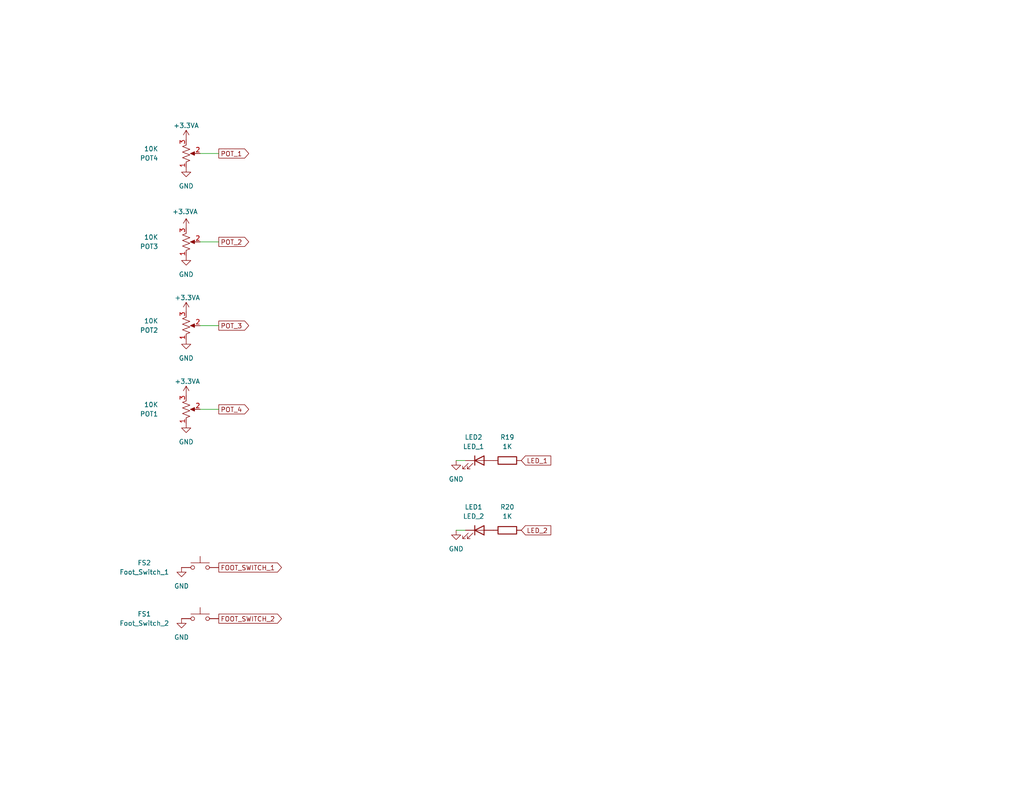
<source format=kicad_sch>
(kicad_sch (version 20230121) (generator eeschema)
  (paper "USLetter")
  (title_block (title "Daisy Seed Guitar Pedal 1590B") (date "2023-11-12") (rev "6") (company "Made by Keith Shepherd (kshep@mac.com)"))
  (lib_symbols
    (symbol "Device:LED" (pin_numbers hide) (pin_names (offset 1.016) hide)
      (property "Reference" "D" (at 0 2.54 0))
      (property "Value" "LED" (at 0 -2.54 0))
      (symbol "LED_0_1"
        (polyline (pts (xy -1.27 -1.27) (xy -1.27 1.27)) (stroke (width 0.254)))
        (polyline (pts (xy -1.27 0) (xy 1.27 0)))
        (polyline (pts (xy 1.27 -1.27) (xy 1.27 1.27) (xy -1.27 0) (xy 1.27 -1.27)) (stroke (width 0.254)))
        (polyline (pts (xy -3.048 -0.762) (xy -4.572 -2.286) (xy -3.81 -2.286) (xy -4.572 -2.286) (xy -4.572 -1.524)))
        (polyline (pts (xy -1.778 -0.762) (xy -3.302 -2.286) (xy -2.54 -2.286) (xy -3.302 -2.286) (xy -3.302 -1.524)))
      )
      (symbol "LED_1_1"
        (pin passive line (at -3.81 0 0) (length 2.54) (name "K") (number "1"))
        (pin passive line (at 3.81 0 180) (length 2.54) (name "A") (number "2"))
      )
    )
    (symbol "Device:R" (pin_numbers hide) (pin_names (offset 0))
      (property "Reference" "R" (at 2.032 0 90))
      (property "Value" "R" (at 0 0 90))
      (symbol "R_0_1"
        (rectangle (start -1.016 -2.54) (end 1.016 2.54) (stroke (width 0.254)))
      )
      (symbol "R_1_1"
        (pin passive line (at 0 3.81 270) (length 1.27) (name "~") (number "1"))
        (pin passive line (at 0 -3.81 90) (length 1.27) (name "~") (number "2"))
      )
    )
    (symbol "Device:R_Potentiometer_US" (pin_names (offset 1.016) hide)
      (property "Reference" "RV" (at -4.445 0 90))
      (property "Value" "R_Potentiometer_US" (at -2.54 0 90))
      (symbol "R_Potentiometer_US_0_1"
        (polyline (pts (xy 0 -2.286) (xy 0 -2.54)))
        (polyline (pts (xy 0 2.54) (xy 0 2.286)))
        (polyline (pts (xy 2.54 0) (xy 1.524 0)))
        (polyline (pts (xy 1.143 0) (xy 2.286 0.508) (xy 2.286 -0.508) (xy 1.143 0)) (fill (type outline)))
        (polyline (pts (xy 0 -0.762) (xy 1.016 -1.143) (xy 0 -1.524) (xy -1.016 -1.905) (xy 0 -2.286)))
        (polyline (pts (xy 0 0.762) (xy 1.016 0.381) (xy 0 0) (xy -1.016 -0.381) (xy 0 -0.762)))
        (polyline (pts (xy 0 2.286) (xy 1.016 1.905) (xy 0 1.524) (xy -1.016 1.143) (xy 0 0.762)))
      )
      (symbol "R_Potentiometer_US_1_1"
        (pin passive line (at 0 3.81 270) (length 1.27) (name "1") (number "1"))
        (pin passive line (at 3.81 0 180) (length 1.27) (name "2") (number "2"))
        (pin passive line (at 0 -3.81 90) (length 1.27) (name "3") (number "3"))
      )
    )
    (symbol "Switch:SW_Push" (pin_numbers hide) (pin_names (offset 1.016) hide)
      (property "Reference" "SW" (at 1.27 2.54 0))
      (property "Value" "SW_Push" (at 0 -1.524 0))
      (symbol "SW_Push_0_1"
        (circle (center -2.032 0) (radius 0.508))
        (polyline (pts (xy 0 1.27) (xy 0 3.048)))
        (polyline (pts (xy 2.54 1.27) (xy -2.54 1.27)))
        (circle (center 2.032 0) (radius 0.508))
        (pin passive line (at -5.08 0 0) (length 2.54) (name "1") (number "1"))
        (pin passive line (at 5.08 0 180) (length 2.54) (name "2") (number "2"))
      )
    )
    (symbol "power:+3.3VA" (power) (pin_names (offset 0))
      (property "Value" "+3.3VA" (at 0 3.556 0))
      (symbol "+3.3VA_0_1"
        (polyline (pts (xy -0.762 1.27) (xy 0 2.54)))
        (polyline (pts (xy 0 0) (xy 0 2.54)))
        (polyline (pts (xy 0 2.54) (xy 0.762 1.27)))
      )
      (symbol "+3.3VA_1_1"
        (pin power_in line (at 0 0 90) (length 0) hide (name "+3.3VA") (number "1"))
      )
    )
    (symbol "power:GND" (power) (pin_names (offset 0))
      (property "Value" "GND" (at 0 -3.81 0))
      (symbol "GND_0_1"
        (polyline (pts (xy 0 0) (xy 0 -1.27) (xy 1.27 -1.27) (xy 0 -2.54) (xy -1.27 -1.27) (xy 0 -1.27)))
      )
      (symbol "GND_1_1"
        (pin power_in line (at 0 0 270) (length 0) hide (name "GND") (number "1"))
      )
    )
  )
  (wire (pts (xy 54.61 111.76) (xy 59.69 111.76)))
  (wire (pts (xy 54.61 66.04) (xy 59.69 66.04)))
  (wire (pts (xy 54.61 88.9) (xy 59.69 88.9)))
  (wire (pts (xy 54.61 41.91) (xy 59.69 41.91)))
  (wire (pts (xy 124.46 125.73) (xy 127 125.73)))
  (wire (pts (xy 124.46 144.78) (xy 127 144.78)))
  (global_label "POT_2" (shape output) (at 59.69 66.04 0) (property "Intersheetrefs" "${INTERSHEET_REFS}" (effects hide)))
  (global_label "POT_3" (shape output) (at 59.69 88.9 0) (property "Intersheetrefs" "${INTERSHEET_REFS}" (effects hide)))
  (global_label "POT_4" (shape output) (at 59.69 111.76 0) (property "Intersheetrefs" "${INTERSHEET_REFS}" (effects hide)))
  (global_label "LED_1" (shape input) (at 142.24 125.73 0) (property "Intersheetrefs" "${INTERSHEET_REFS}" (effects hide)))
  (global_label "POT_1" (shape output) (at 59.69 41.91 0) (property "Intersheetrefs" "${INTERSHEET_REFS}" (effects hide)))
  (global_label "LED_2" (shape input) (at 142.24 144.78 0) (property "Intersheetrefs" "${INTERSHEET_REFS}" (effects hide)))
  (global_label "FOOT_SWITCH_2" (shape output) (at 59.69 168.91 0) (property "Intersheetrefs" "${INTERSHEET_REFS}" (effects hide)))
  (global_label "FOOT_SWITCH_1" (shape output) (at 59.69 154.94 0) (property "Intersheetrefs" "${INTERSHEET_REFS}" (effects hide)))
  (symbol (lib_id "Switch:SW_Push") (at 54.61 168.91 0) (unit 1)
    (property "Reference" "FS1" (at 39.37 167.64 0))
    (property "Value" "Foot_Switch_2" (at 39.37 170.18 0))
    (property "Footprint" "Connector_PinHeader_2.54mm:PinHeader_1x02_P2.54mm_Vertical" (effects hide))
    (instances (project "DaisySeedPedal1590b" (path "" (reference "FS1") (unit 1)) (path "" (reference "FS2") (unit 1))) (project "Controls" (path "" (reference "FS1") (unit 1))))
  )
  (symbol (lib_id "power:GND") (at 49.53 168.91 0) (unit 1)
    (property "Reference" "#PWR0102" (effects hide))
    (property "Value" "GND" (at 49.53 173.99 0))
    (instances (project "DaisySeedPedal1590b" (path "" (reference "#PWR0102") (unit 1)) (path "" (reference "#PWR08") (unit 1))) (project "Controls" (path "" (reference "#PWR0102") (unit 1))))
  )
  (symbol (lib_id "power:+3.3VA") (at 50.8 62.23 0) (mirror y) (unit 1)
    (property "Reference" "#PWR0108" (effects hide))
    (property "Value" "+3.3VA" (at 53.975 57.785 0) (effects (justify left)))
    (instances (project "DaisySeedPedal1590b" (path "" (reference "#PWR0108") (unit 1)) (path "" (reference "#PWR028") (unit 1))) (project "Controls" (path "" (reference "#PWR0108") (unit 1))))
  )
  (symbol (lib_id "Device:R_Potentiometer_US") (at 50.8 41.91 0) (mirror x) (unit 1)
    (property "Reference" "POT4" (at 43.18 43.18 0) (effects (justify right)))
    (property "Value" "10K" (at 43.18 40.64 0) (effects (justify right)))
    (property "Footprint" "GuitarPedal1590b:Pot_RightAngle_LongPin_16mm" (effects hide))
    (instances (project "DaisySeedPedal1590b" (path "" (reference "POT4") (unit 1)) (path "" (reference "POT1") (unit 1))) (project "Controls" (path "" (reference "POT4") (unit 1))))
  )
  (symbol (lib_id "Device:R_Potentiometer_US") (at 50.8 66.04 0) (mirror x) (unit 1)
    (property "Reference" "POT3" (at 43.18 67.31 0) (effects (justify right)))
    (property "Value" "10K" (at 43.18 64.77 0) (effects (justify right)))
    (property "Footprint" "GuitarPedal1590b:Pot_RightAngle_LongPin_16mm" (effects hide))
    (instances (project "DaisySeedPedal1590b" (path "" (reference "POT3") (unit 1)) (path "" (reference "POT2") (unit 1))) (project "Controls" (path "" (reference "POT3") (unit 1))))
  )
  (symbol (lib_id "Device:R") (at 138.43 144.78 90) (unit 1)
    (property "Reference" "R20" (at 138.43 138.43 90))
    (property "Value" "1K" (at 138.43 140.97 90))
    (property "Footprint" "Resistor_THT:R_Axial_DIN0207_L6.3mm_D2.5mm_P7.62mm_Horizontal" (effects hide))
  )
  (symbol (lib_id "power:GND") (at 124.46 144.78 0) (unit 1)
    (property "Reference" "#PWR0101" (effects hide))
    (property "Value" "GND" (at 124.46 149.86 0))
    (instances (project "DaisySeedPedal1590b" (path "" (reference "#PWR0101") (unit 1)) (path "" (reference "#PWR035") (unit 1))) (project "Controls" (path "" (reference "#PWR0101") (unit 1))))
  )
  (symbol (lib_id "Device:R_Potentiometer_US") (at 50.8 111.76 0) (mirror x) (unit 1)
    (property "Reference" "POT1" (at 43.18 113.03 0) (effects (justify right)))
    (property "Value" "10K" (at 43.18 110.49 0) (effects (justify right)))
    (property "Footprint" "GuitarPedal1590b:Pot_RightAngle_LongPin_16mm" (effects hide))
    (instances (project "DaisySeedPedal1590b" (path "" (reference "POT1") (unit 1)) (path "" (reference "POT4") (unit 1))) (project "Controls" (path "" (reference "POT1") (unit 1))))
  )
  (symbol (lib_id "power:+3.3VA") (at 50.8 38.1 0) (mirror y) (unit 1)
    (property "Reference" "#PWR0109" (effects hide))
    (property "Value" "+3.3VA" (at 50.8 34.29 0))
    (instances (project "DaisySeedPedal1590b" (path "" (reference "#PWR0109") (unit 1)) (path "" (reference "#PWR019") (unit 1))) (project "Controls" (path "" (reference "#PWR0109") (unit 1))))
  )
  (symbol (lib_id "Switch:SW_Push") (at 54.61 154.94 0) (unit 1)
    (property "Reference" "FS2" (at 39.37 153.67 0))
    (property "Value" "Foot_Switch_1" (at 39.37 156.21 0))
    (property "Footprint" "Connector_PinHeader_2.54mm:PinHeader_1x02_P2.54mm_Vertical" (effects hide))
    (instances (project "DaisySeedPedal1590b" (path "" (reference "FS2") (unit 1)) (path "" (reference "FS1") (unit 1))) (project "Controls" (path "" (reference "FS2") (unit 1))))
  )
  (symbol (lib_id "power:GND") (at 49.53 154.94 0) (unit 1)
    (property "Reference" "#PWR0103" (effects hide))
    (property "Value" "GND" (at 49.53 160.02 0))
    (instances (project "DaisySeedPedal1590b" (path "" (reference "#PWR0103") (unit 1)) (path "" (reference "#PWR01") (unit 1))) (project "Controls" (path "" (reference "#PWR0103") (unit 1))))
  )
  (symbol (lib_id "Device:LED") (at 130.81 144.78 0) (unit 1)
    (property "Reference" "LED1" (at 129.2225 138.43 0))
    (property "Value" "LED_2" (at 129.2225 140.97 0))
    (property "Footprint" "Connector_PinHeader_2.54mm:PinHeader_1x02_P2.54mm_Vertical" (effects hide))
    (instances (project "DaisySeedPedal1590b" (path "" (reference "LED1") (unit 1)) (path "" (reference "LED2") (unit 1))) (project "Controls" (path "" (reference "LED1") (unit 1))))
  )
  (symbol (lib_id "power:GND") (at 124.46 125.73 0) (unit 1)
    (property "Reference" "#PWR0104" (effects hide))
    (property "Value" "GND" (at 124.46 130.81 0))
    (instances (project "DaisySeedPedal1590b" (path "" (reference "#PWR0104") (unit 1)) (path "" (reference "#PWR034") (unit 1))) (project "Controls" (path "" (reference "#PWR0104") (unit 1))))
  )
  (symbol (lib_id "power:GND") (at 50.8 45.72 0) (mirror y) (unit 1)
    (property "Reference" "#PWR034" (effects hide))
    (property "Value" "GND" (at 50.8 50.8 0))
    (instances (project "DaisySeedPedal1590b" (path "" (reference "#PWR034") (unit 1)) (path "" (reference "#PWR020") (unit 1))) (project "Controls" (path "" (reference "#PWR034") (unit 1))))
  )
  (symbol (lib_id "power:+3.3VA") (at 50.8 107.95 0) (mirror y) (unit 1)
    (property "Reference" "#PWR0106" (effects hide))
    (property "Value" "+3.3VA" (at 54.61 104.14 0) (effects (justify left)))
    (instances (project "DaisySeedPedal1590b" (path "" (reference "#PWR0106") (unit 1)) (path "" (reference "#PWR032") (unit 1))) (project "Controls" (path "" (reference "#PWR0106") (unit 1))))
  )
  (symbol (lib_id "Device:R") (at 138.43 125.73 90) (unit 1)
    (property "Reference" "R19" (at 138.43 119.38 90))
    (property "Value" "1K" (at 138.43 121.92 90))
    (property "Footprint" "Resistor_THT:R_Axial_DIN0207_L6.3mm_D2.5mm_P7.62mm_Horizontal" (effects hide))
  )
  (symbol (lib_id "Device:R_Potentiometer_US") (at 50.8 88.9 0) (mirror x) (unit 1)
    (property "Reference" "POT2" (at 43.18 90.17 0) (effects (justify right)))
    (property "Value" "10K" (at 43.18 87.63 0) (effects (justify right)))
    (property "Footprint" "GuitarPedal1590b:Pot_RightAngle_LongPin_16mm" (effects hide))
    (instances (project "DaisySeedPedal1590b" (path "" (reference "POT2") (unit 1)) (path "" (reference "POT3") (unit 1))) (project "Controls" (path "" (reference "POT2") (unit 1))))
  )
  (symbol (lib_id "power:GND") (at 50.8 115.57 0) (mirror y) (unit 1)
    (property "Reference" "#PWR028" (effects hide))
    (property "Value" "GND" (at 50.8 120.65 0))
    (instances (project "DaisySeedPedal1590b" (path "" (reference "#PWR028") (unit 1)) (path "" (reference "#PWR033") (unit 1))) (project "Controls" (path "" (reference "#PWR028") (unit 1))))
  )
  (symbol (lib_id "power:+3.3VA") (at 50.8 85.09 0) (mirror y) (unit 1)
    (property "Reference" "#PWR0107" (effects hide))
    (property "Value" "+3.3VA" (at 54.61 81.28 0) (effects (justify left)))
    (instances (project "DaisySeedPedal1590b" (path "" (reference "#PWR0107") (unit 1)) (path "" (reference "#PWR030") (unit 1))) (project "Controls" (path "" (reference "#PWR0107") (unit 1))))
  )
  (symbol (lib_id "Device:LED") (at 130.81 125.73 0) (unit 1)
    (property "Reference" "LED2" (at 129.2225 119.38 0))
    (property "Value" "LED_1" (at 129.2225 121.92 0))
    (property "Footprint" "Connector_PinHeader_2.54mm:PinHeader_1x02_P2.54mm_Vertical" (effects hide))
    (instances (project "DaisySeedPedal1590b" (path "" (reference "LED2") (unit 1)) (path "" (reference "LED1") (unit 1))) (project "Controls" (path "" (reference "LED2") (unit 1))))
  )
  (symbol (lib_id "power:GND") (at 50.8 69.85 0) (mirror y) (unit 1)
    (property "Reference" "#PWR032" (effects hide))
    (property "Value" "GND" (at 50.8 74.93 0))
    (instances (project "DaisySeedPedal1590b" (path "" (reference "#PWR032") (unit 1)) (path "" (reference "#PWR029") (unit 1))) (project "Controls" (path "" (reference "#PWR032") (unit 1))))
  )
  (symbol (lib_id "power:GND") (at 50.8 92.71 0) (mirror y) (unit 1)
    (property "Reference" "#PWR030" (effects hide))
    (property "Value" "GND" (at 50.8 97.79 0))
    (instances (project "DaisySeedPedal1590b" (path "" (reference "#PWR030") (unit 1)) (path "" (reference "#PWR031") (unit 1))) (project "Controls" (path "" (reference "#PWR030") (unit 1))))
  )
)
</source>
